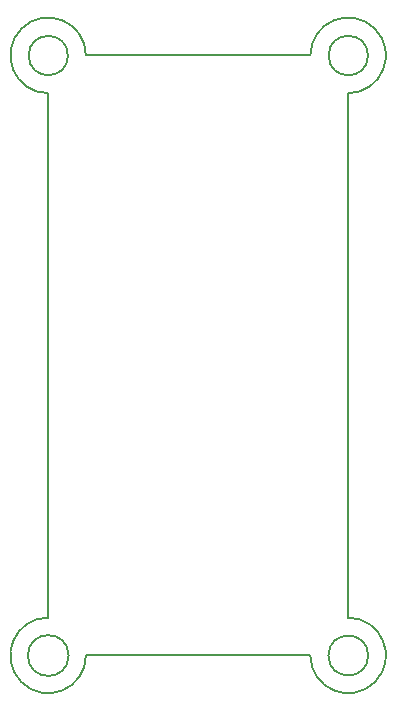
<source format=gbr>
G04 #@! TF.FileFunction,Profile,NP*
%FSLAX46Y46*%
G04 Gerber Fmt 4.6, Leading zero omitted, Abs format (unit mm)*
G04 Created by KiCad (PCBNEW 4.0.5) date 11/21/17 13:44:46*
%MOMM*%
%LPD*%
G01*
G04 APERTURE LIST*
%ADD10C,0.100000*%
%ADD11C,0.150000*%
G04 APERTURE END LIST*
D10*
D11*
X101739887Y-100012500D02*
G75*
G03X101739887Y-100012500I-1727387J0D01*
G01*
X127099737Y-100012500D02*
G75*
G03X127099737Y-100012500I-1687237J0D01*
G01*
X101674454Y-49212500D02*
G75*
G03X101674454Y-49212500I-1661954J0D01*
G01*
X127082924Y-49212500D02*
G75*
G03X127082924Y-49212500I-1670424J0D01*
G01*
X103200000Y-49200000D02*
G75*
G03X100000000Y-52400000I-3200000J0D01*
G01*
X100000000Y-96800000D02*
G75*
G03X103200000Y-100000000I0J-3200000D01*
G01*
X122200000Y-100000000D02*
G75*
G03X125400000Y-96800000I3200000J0D01*
G01*
X125400000Y-52400000D02*
G75*
G03X122200000Y-49200000I0J3200000D01*
G01*
X122200000Y-49200000D02*
X103200000Y-49200000D01*
X125400000Y-96800000D02*
X125400000Y-52400000D01*
X103200000Y-100000000D02*
X122200000Y-100000000D01*
X100000000Y-52400000D02*
X100000000Y-96800000D01*
M02*

</source>
